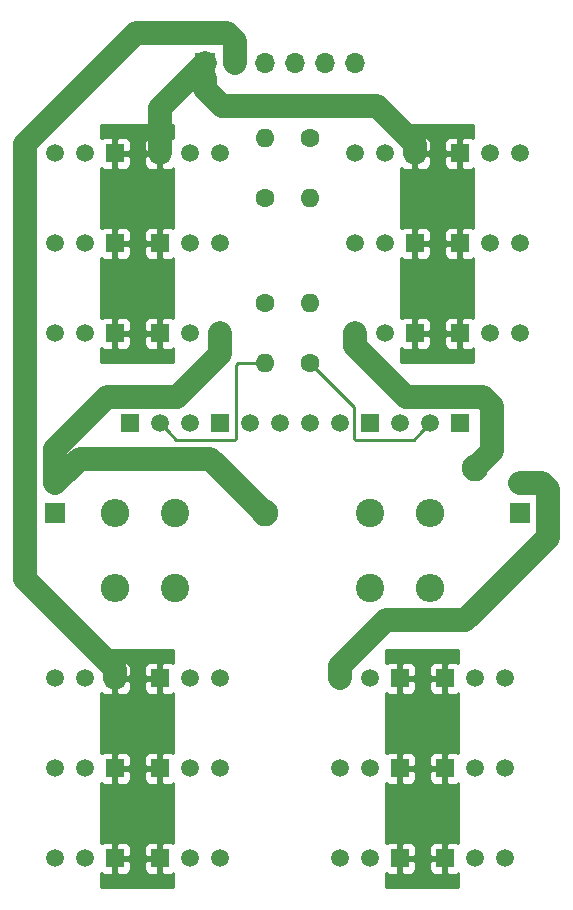
<source format=gbr>
G04 #@! TF.GenerationSoftware,KiCad,Pcbnew,5.0.1-33cea8e~68~ubuntu18.04.1*
G04 #@! TF.CreationDate,2018-11-12T23:59:36+00:00*
G04 #@! TF.ProjectId,h-bridge,682D6272696467652E6B696361645F70,rev?*
G04 #@! TF.SameCoordinates,Original*
G04 #@! TF.FileFunction,Copper,L2,Bot,Signal*
G04 #@! TF.FilePolarity,Positive*
%FSLAX46Y46*%
G04 Gerber Fmt 4.6, Leading zero omitted, Abs format (unit mm)*
G04 Created by KiCad (PCBNEW 5.0.1-33cea8e~68~ubuntu18.04.1) date Mon 12 Nov 2018 23:59:36 GMT*
%MOMM*%
%LPD*%
G01*
G04 APERTURE LIST*
G04 #@! TA.AperFunction,ComponentPad*
%ADD10O,1.700000X1.700000*%
G04 #@! TD*
G04 #@! TA.AperFunction,ComponentPad*
%ADD11R,1.700000X1.700000*%
G04 #@! TD*
G04 #@! TA.AperFunction,ComponentPad*
%ADD12O,1.600000X1.600000*%
G04 #@! TD*
G04 #@! TA.AperFunction,ComponentPad*
%ADD13C,1.600000*%
G04 #@! TD*
G04 #@! TA.AperFunction,ComponentPad*
%ADD14R,1.500000X1.500000*%
G04 #@! TD*
G04 #@! TA.AperFunction,ComponentPad*
%ADD15C,1.500000*%
G04 #@! TD*
G04 #@! TA.AperFunction,ComponentPad*
%ADD16O,2.400000X2.400000*%
G04 #@! TD*
G04 #@! TA.AperFunction,ComponentPad*
%ADD17C,2.400000*%
G04 #@! TD*
G04 #@! TA.AperFunction,ViaPad*
%ADD18C,2.250000*%
G04 #@! TD*
G04 #@! TA.AperFunction,Conductor*
%ADD19C,0.250000*%
G04 #@! TD*
G04 #@! TA.AperFunction,Conductor*
%ADD20C,2.000000*%
G04 #@! TD*
G04 #@! TA.AperFunction,Conductor*
%ADD21C,0.254000*%
G04 #@! TD*
G04 APERTURE END LIST*
D10*
G04 #@! TO.P,J5,2*
G04 #@! TO.N,OUT_A2*
X105410000Y-115570000D03*
D11*
G04 #@! TO.P,J5,1*
G04 #@! TO.N,OUT_A1*
X105410000Y-118110000D03*
G04 #@! TD*
G04 #@! TO.P,J6,1*
G04 #@! TO.N,OUT_B1*
X144780000Y-118110000D03*
D10*
G04 #@! TO.P,J6,2*
G04 #@! TO.N,OUT_B2*
X144780000Y-115570000D03*
G04 #@! TD*
D11*
G04 #@! TO.P,J4,1*
G04 #@! TO.N,+12V*
X118110000Y-80010000D03*
D10*
G04 #@! TO.P,J4,2*
G04 #@! TO.N,GND*
X120650000Y-80010000D03*
G04 #@! TO.P,J4,3*
G04 #@! TO.N,IN_A1*
X123190000Y-80010000D03*
G04 #@! TO.P,J4,4*
G04 #@! TO.N,IN_A2*
X125730000Y-80010000D03*
G04 #@! TO.P,J4,5*
G04 #@! TO.N,IN_B1*
X128270000Y-80010000D03*
G04 #@! TO.P,J4,6*
G04 #@! TO.N,IN_B2*
X130810000Y-80010000D03*
G04 #@! TD*
D12*
G04 #@! TO.P,R1,2*
G04 #@! TO.N,IN_A1*
X123190000Y-86360000D03*
D13*
G04 #@! TO.P,R1,1*
G04 #@! TO.N,Net-(Q1-Pad2)*
X123190000Y-91440000D03*
G04 #@! TD*
G04 #@! TO.P,R4,1*
G04 #@! TO.N,IN_A2*
X123190000Y-100330000D03*
D12*
G04 #@! TO.P,R4,2*
G04 #@! TO.N,Net-(Q14-Pad2)*
X123190000Y-105410000D03*
G04 #@! TD*
G04 #@! TO.P,R5,2*
G04 #@! TO.N,IN_B1*
X127000000Y-100330000D03*
D13*
G04 #@! TO.P,R5,1*
G04 #@! TO.N,Net-(Q15-Pad2)*
X127000000Y-105410000D03*
G04 #@! TD*
G04 #@! TO.P,R8,1*
G04 #@! TO.N,IN_B2*
X127000000Y-86360000D03*
D12*
G04 #@! TO.P,R8,2*
G04 #@! TO.N,Net-(Q28-Pad2)*
X127000000Y-91440000D03*
G04 #@! TD*
D14*
G04 #@! TO.P,Q20,1*
G04 #@! TO.N,+12V*
X139700000Y-95250000D03*
D15*
G04 #@! TO.P,Q20,3*
G04 #@! TO.N,OUT_B2*
X144780000Y-95250000D03*
G04 #@! TO.P,Q20,2*
G04 #@! TO.N,Net-(Q15-Pad1)*
X142240000Y-95250000D03*
G04 #@! TD*
G04 #@! TO.P,Q19,2*
G04 #@! TO.N,Net-(Q16-Pad2)*
X140970000Y-147320000D03*
G04 #@! TO.P,Q19,3*
G04 #@! TO.N,OUT_B1*
X143510000Y-147320000D03*
D14*
G04 #@! TO.P,Q19,1*
G04 #@! TO.N,GND*
X138430000Y-147320000D03*
G04 #@! TD*
G04 #@! TO.P,Q21,1*
G04 #@! TO.N,+12V*
X139700000Y-87630000D03*
D15*
G04 #@! TO.P,Q21,3*
G04 #@! TO.N,OUT_B2*
X144780000Y-87630000D03*
G04 #@! TO.P,Q21,2*
G04 #@! TO.N,Net-(Q15-Pad1)*
X142240000Y-87630000D03*
G04 #@! TD*
G04 #@! TO.P,Q22,2*
G04 #@! TO.N,Net-(Q22-Pad2)*
X133350000Y-87630000D03*
G04 #@! TO.P,Q22,3*
G04 #@! TO.N,OUT_B1*
X130810000Y-87630000D03*
D14*
G04 #@! TO.P,Q22,1*
G04 #@! TO.N,+12V*
X135890000Y-87630000D03*
G04 #@! TD*
G04 #@! TO.P,Q23,1*
G04 #@! TO.N,+12V*
X135890000Y-95250000D03*
D15*
G04 #@! TO.P,Q23,3*
G04 #@! TO.N,OUT_B1*
X130810000Y-95250000D03*
G04 #@! TO.P,Q23,2*
G04 #@! TO.N,Net-(Q22-Pad2)*
X133350000Y-95250000D03*
G04 #@! TD*
G04 #@! TO.P,Q24,2*
G04 #@! TO.N,Net-(Q24-Pad2)*
X132080000Y-147320000D03*
G04 #@! TO.P,Q24,3*
G04 #@! TO.N,OUT_B2*
X129540000Y-147320000D03*
D14*
G04 #@! TO.P,Q24,1*
G04 #@! TO.N,GND*
X134620000Y-147320000D03*
G04 #@! TD*
G04 #@! TO.P,Q25,1*
G04 #@! TO.N,+12V*
X135890000Y-102870000D03*
D15*
G04 #@! TO.P,Q25,3*
G04 #@! TO.N,OUT_B1*
X130810000Y-102870000D03*
G04 #@! TO.P,Q25,2*
G04 #@! TO.N,Net-(Q22-Pad2)*
X133350000Y-102870000D03*
G04 #@! TD*
G04 #@! TO.P,Q26,2*
G04 #@! TO.N,Net-(Q24-Pad2)*
X132080000Y-139700000D03*
G04 #@! TO.P,Q26,3*
G04 #@! TO.N,OUT_B2*
X129540000Y-139700000D03*
D14*
G04 #@! TO.P,Q26,1*
G04 #@! TO.N,GND*
X134620000Y-139700000D03*
G04 #@! TD*
G04 #@! TO.P,Q27,1*
G04 #@! TO.N,GND*
X134620000Y-132080000D03*
D15*
G04 #@! TO.P,Q27,3*
G04 #@! TO.N,OUT_B2*
X129540000Y-132080000D03*
G04 #@! TO.P,Q27,2*
G04 #@! TO.N,Net-(Q24-Pad2)*
X132080000Y-132080000D03*
G04 #@! TD*
G04 #@! TO.P,Q28,2*
G04 #@! TO.N,Net-(Q28-Pad2)*
X129540000Y-110490000D03*
G04 #@! TO.P,Q28,3*
G04 #@! TO.N,Net-(Q28-Pad3)*
X127000000Y-110490000D03*
D14*
G04 #@! TO.P,Q28,1*
G04 #@! TO.N,Net-(Q22-Pad2)*
X132080000Y-110490000D03*
G04 #@! TD*
G04 #@! TO.P,Q10,1*
G04 #@! TO.N,GND*
X114300000Y-147320000D03*
D15*
G04 #@! TO.P,Q10,3*
G04 #@! TO.N,OUT_A2*
X119380000Y-147320000D03*
G04 #@! TO.P,Q10,2*
G04 #@! TO.N,Net-(Q10-Pad2)*
X116840000Y-147320000D03*
G04 #@! TD*
G04 #@! TO.P,Q2,2*
G04 #@! TO.N,Net-(Q2-Pad2)*
X107950000Y-132080000D03*
G04 #@! TO.P,Q2,3*
G04 #@! TO.N,OUT_A1*
X105410000Y-132080000D03*
D14*
G04 #@! TO.P,Q2,1*
G04 #@! TO.N,GND*
X110490000Y-132080000D03*
G04 #@! TD*
G04 #@! TO.P,Q3,1*
G04 #@! TO.N,GND*
X110490000Y-139700000D03*
D15*
G04 #@! TO.P,Q3,3*
G04 #@! TO.N,OUT_A1*
X105410000Y-139700000D03*
G04 #@! TO.P,Q3,2*
G04 #@! TO.N,Net-(Q2-Pad2)*
X107950000Y-139700000D03*
G04 #@! TD*
G04 #@! TO.P,Q4,2*
G04 #@! TO.N,Net-(Q1-Pad1)*
X116840000Y-102870000D03*
G04 #@! TO.P,Q4,3*
G04 #@! TO.N,OUT_A2*
X119380000Y-102870000D03*
D14*
G04 #@! TO.P,Q4,1*
G04 #@! TO.N,+12V*
X114300000Y-102870000D03*
G04 #@! TD*
G04 #@! TO.P,Q17,1*
G04 #@! TO.N,GND*
X138430000Y-139700000D03*
D15*
G04 #@! TO.P,Q17,3*
G04 #@! TO.N,OUT_B1*
X143510000Y-139700000D03*
G04 #@! TO.P,Q17,2*
G04 #@! TO.N,Net-(Q16-Pad2)*
X140970000Y-139700000D03*
G04 #@! TD*
G04 #@! TO.P,Q16,2*
G04 #@! TO.N,Net-(Q16-Pad2)*
X140970000Y-132080000D03*
G04 #@! TO.P,Q16,3*
G04 #@! TO.N,OUT_B1*
X143510000Y-132080000D03*
D14*
G04 #@! TO.P,Q16,1*
G04 #@! TO.N,GND*
X138430000Y-132080000D03*
G04 #@! TD*
G04 #@! TO.P,Q15,1*
G04 #@! TO.N,Net-(Q15-Pad1)*
X139700000Y-110490000D03*
D15*
G04 #@! TO.P,Q15,3*
G04 #@! TO.N,Net-(Q15-Pad3)*
X134620000Y-110490000D03*
G04 #@! TO.P,Q15,2*
G04 #@! TO.N,Net-(Q15-Pad2)*
X137160000Y-110490000D03*
G04 #@! TD*
G04 #@! TO.P,Q14,2*
G04 #@! TO.N,Net-(Q14-Pad2)*
X114300000Y-110490000D03*
G04 #@! TO.P,Q14,3*
G04 #@! TO.N,Net-(Q14-Pad3)*
X116840000Y-110490000D03*
D14*
G04 #@! TO.P,Q14,1*
G04 #@! TO.N,Net-(Q11-Pad2)*
X111760000Y-110490000D03*
G04 #@! TD*
G04 #@! TO.P,Q13,1*
G04 #@! TO.N,GND*
X114300000Y-132080000D03*
D15*
G04 #@! TO.P,Q13,3*
G04 #@! TO.N,OUT_A2*
X119380000Y-132080000D03*
G04 #@! TO.P,Q13,2*
G04 #@! TO.N,Net-(Q10-Pad2)*
X116840000Y-132080000D03*
G04 #@! TD*
G04 #@! TO.P,Q12,2*
G04 #@! TO.N,Net-(Q10-Pad2)*
X116840000Y-139700000D03*
G04 #@! TO.P,Q12,3*
G04 #@! TO.N,OUT_A2*
X119380000Y-139700000D03*
D14*
G04 #@! TO.P,Q12,1*
G04 #@! TO.N,GND*
X114300000Y-139700000D03*
G04 #@! TD*
G04 #@! TO.P,Q11,1*
G04 #@! TO.N,+12V*
X110490000Y-102870000D03*
D15*
G04 #@! TO.P,Q11,3*
G04 #@! TO.N,OUT_A1*
X105410000Y-102870000D03*
G04 #@! TO.P,Q11,2*
G04 #@! TO.N,Net-(Q11-Pad2)*
X107950000Y-102870000D03*
G04 #@! TD*
G04 #@! TO.P,Q1,2*
G04 #@! TO.N,Net-(Q1-Pad2)*
X121920000Y-110490000D03*
G04 #@! TO.P,Q1,3*
G04 #@! TO.N,Net-(Q1-Pad3)*
X124460000Y-110490000D03*
D14*
G04 #@! TO.P,Q1,1*
G04 #@! TO.N,Net-(Q1-Pad1)*
X119380000Y-110490000D03*
G04 #@! TD*
G04 #@! TO.P,Q9,1*
G04 #@! TO.N,+12V*
X110490000Y-95250000D03*
D15*
G04 #@! TO.P,Q9,3*
G04 #@! TO.N,OUT_A1*
X105410000Y-95250000D03*
G04 #@! TO.P,Q9,2*
G04 #@! TO.N,Net-(Q11-Pad2)*
X107950000Y-95250000D03*
G04 #@! TD*
G04 #@! TO.P,Q8,2*
G04 #@! TO.N,Net-(Q11-Pad2)*
X107950000Y-87630000D03*
G04 #@! TO.P,Q8,3*
G04 #@! TO.N,OUT_A1*
X105410000Y-87630000D03*
D14*
G04 #@! TO.P,Q8,1*
G04 #@! TO.N,+12V*
X110490000Y-87630000D03*
G04 #@! TD*
G04 #@! TO.P,Q7,1*
G04 #@! TO.N,+12V*
X114300000Y-87630000D03*
D15*
G04 #@! TO.P,Q7,3*
G04 #@! TO.N,OUT_A2*
X119380000Y-87630000D03*
G04 #@! TO.P,Q7,2*
G04 #@! TO.N,Net-(Q1-Pad1)*
X116840000Y-87630000D03*
G04 #@! TD*
G04 #@! TO.P,Q6,2*
G04 #@! TO.N,Net-(Q1-Pad1)*
X116840000Y-95250000D03*
G04 #@! TO.P,Q6,3*
G04 #@! TO.N,OUT_A2*
X119380000Y-95250000D03*
D14*
G04 #@! TO.P,Q6,1*
G04 #@! TO.N,+12V*
X114300000Y-95250000D03*
G04 #@! TD*
G04 #@! TO.P,Q18,1*
G04 #@! TO.N,+12V*
X139700000Y-102870000D03*
D15*
G04 #@! TO.P,Q18,3*
G04 #@! TO.N,OUT_B2*
X144780000Y-102870000D03*
G04 #@! TO.P,Q18,2*
G04 #@! TO.N,Net-(Q15-Pad1)*
X142240000Y-102870000D03*
G04 #@! TD*
G04 #@! TO.P,Q5,2*
G04 #@! TO.N,Net-(Q2-Pad2)*
X107950000Y-147320000D03*
G04 #@! TO.P,Q5,3*
G04 #@! TO.N,OUT_A1*
X105410000Y-147320000D03*
D14*
G04 #@! TO.P,Q5,1*
G04 #@! TO.N,GND*
X110490000Y-147320000D03*
G04 #@! TD*
D16*
G04 #@! TO.P,R2,2*
G04 #@! TO.N,Net-(Q2-Pad2)*
X110490000Y-118110000D03*
D17*
G04 #@! TO.P,R2,1*
G04 #@! TO.N,Net-(Q1-Pad3)*
X115570000Y-118110000D03*
G04 #@! TD*
G04 #@! TO.P,R3,1*
G04 #@! TO.N,Net-(Q14-Pad3)*
X115570000Y-124460000D03*
D16*
G04 #@! TO.P,R3,2*
G04 #@! TO.N,Net-(Q10-Pad2)*
X110490000Y-124460000D03*
G04 #@! TD*
G04 #@! TO.P,R6,2*
G04 #@! TO.N,Net-(Q16-Pad2)*
X137160000Y-118110000D03*
D17*
G04 #@! TO.P,R6,1*
G04 #@! TO.N,Net-(Q15-Pad3)*
X132080000Y-118110000D03*
G04 #@! TD*
G04 #@! TO.P,R7,1*
G04 #@! TO.N,Net-(Q28-Pad3)*
X132080000Y-124460000D03*
D16*
G04 #@! TO.P,R7,2*
G04 #@! TO.N,Net-(Q24-Pad2)*
X137160000Y-124460000D03*
G04 #@! TD*
D18*
G04 #@! TO.N,OUT_A2*
X123190000Y-118110000D03*
G04 #@! TO.N,OUT_B1*
X140970000Y-114300000D03*
G04 #@! TD*
D19*
G04 #@! TO.N,Net-(Q15-Pad2)*
X130704999Y-111740001D02*
X130829999Y-111865001D01*
X135784999Y-111865001D02*
X136410001Y-111239999D01*
X130829999Y-111865001D02*
X135784999Y-111865001D01*
X130704999Y-109114999D02*
X130704999Y-111740001D01*
X136410001Y-111239999D02*
X137160000Y-110490000D01*
X127000000Y-105410000D02*
X130704999Y-109114999D01*
G04 #@! TO.N,Net-(Q14-Pad2)*
X115049999Y-111239999D02*
X114300000Y-110490000D01*
X115675001Y-111865001D02*
X115049999Y-111239999D01*
X120630001Y-111865001D02*
X115675001Y-111865001D01*
X120755001Y-111740001D02*
X120630001Y-111865001D01*
X120755001Y-105543108D02*
X120755001Y-111740001D01*
X120888109Y-105410000D02*
X120755001Y-105543108D01*
X123190000Y-105410000D02*
X120888109Y-105410000D01*
D20*
G04 #@! TO.N,GND*
X120650000Y-78807919D02*
X120650000Y-80010000D01*
X120650000Y-78149998D02*
X120650000Y-78807919D01*
X110490000Y-132080000D02*
X110490000Y-131289998D01*
X102909990Y-123709988D02*
X102909990Y-86800008D01*
X102909990Y-86800008D02*
X112239998Y-77470000D01*
X110490000Y-131289998D02*
X102909990Y-123709988D01*
X119970002Y-77470000D02*
X120650000Y-78149998D01*
X112239998Y-77470000D02*
X119970002Y-77470000D01*
G04 #@! TO.N,+12V*
X119521999Y-83630001D02*
X118110000Y-82218002D01*
X132680003Y-83630001D02*
X119521999Y-83630001D01*
X135890000Y-86839998D02*
X132680003Y-83630001D01*
X118110000Y-82218002D02*
X118110000Y-81280000D01*
X135890000Y-87630000D02*
X135890000Y-86839998D01*
X114300000Y-83820000D02*
X118110000Y-80010000D01*
X114300000Y-87630000D02*
X114300000Y-83820000D01*
G04 #@! TO.N,OUT_B2*
X145982081Y-115570000D02*
X144780000Y-115570000D01*
X146640002Y-115570000D02*
X145982081Y-115570000D01*
X147130001Y-116059999D02*
X146640002Y-115570000D01*
X147130001Y-120160001D02*
X147130001Y-116059999D01*
X140130001Y-127160001D02*
X147130001Y-120160001D01*
X133399339Y-127160001D02*
X140130001Y-127160001D01*
X129540000Y-131019340D02*
X133399339Y-127160001D01*
X129540000Y-132080000D02*
X129540000Y-131019340D01*
G04 #@! TO.N,OUT_A2*
X105410000Y-114367919D02*
X105410000Y-115570000D01*
X109809999Y-108239999D02*
X105410000Y-112639998D01*
X115759999Y-108239999D02*
X109809999Y-108239999D01*
X105410000Y-112639998D02*
X105410000Y-114367919D01*
X119380000Y-104619998D02*
X115759999Y-108239999D01*
X119380000Y-102870000D02*
X119380000Y-104619998D01*
X106259999Y-114720001D02*
X105410000Y-115570000D01*
X107489989Y-113490011D02*
X106259999Y-114720001D01*
X118570011Y-113490011D02*
X107489989Y-113490011D01*
X123190000Y-118110000D02*
X118570011Y-113490011D01*
G04 #@! TO.N,OUT_B1*
X141650001Y-108239999D02*
X142429999Y-109019997D01*
X135119339Y-108239999D02*
X141650001Y-108239999D01*
X130810000Y-103930660D02*
X135119339Y-108239999D01*
X130810000Y-102870000D02*
X130810000Y-103930660D01*
X142429999Y-112840001D02*
X140970000Y-114300000D01*
X142429999Y-109019997D02*
X142429999Y-112840001D01*
G04 #@! TD*
D21*
G04 #@! TO.N,+12V*
G36*
X115443000Y-86374974D02*
X115409699Y-86341673D01*
X115176310Y-86245000D01*
X114585750Y-86245000D01*
X114427000Y-86403750D01*
X114427000Y-87503000D01*
X114447000Y-87503000D01*
X114447000Y-87757000D01*
X114427000Y-87757000D01*
X114427000Y-88856250D01*
X114585750Y-89015000D01*
X115176310Y-89015000D01*
X115409699Y-88918327D01*
X115443000Y-88885026D01*
X115443000Y-93994974D01*
X115409699Y-93961673D01*
X115176310Y-93865000D01*
X114585750Y-93865000D01*
X114427000Y-94023750D01*
X114427000Y-95123000D01*
X114447000Y-95123000D01*
X114447000Y-95377000D01*
X114427000Y-95377000D01*
X114427000Y-96476250D01*
X114585750Y-96635000D01*
X115176310Y-96635000D01*
X115409699Y-96538327D01*
X115443000Y-96505026D01*
X115443000Y-101614974D01*
X115409699Y-101581673D01*
X115176310Y-101485000D01*
X114585750Y-101485000D01*
X114427000Y-101643750D01*
X114427000Y-102743000D01*
X114447000Y-102743000D01*
X114447000Y-102997000D01*
X114427000Y-102997000D01*
X114427000Y-104096250D01*
X114585750Y-104255000D01*
X115176310Y-104255000D01*
X115409699Y-104158327D01*
X115443000Y-104125026D01*
X115443000Y-105283000D01*
X109347000Y-105283000D01*
X109347000Y-104125026D01*
X109380301Y-104158327D01*
X109613690Y-104255000D01*
X110204250Y-104255000D01*
X110363000Y-104096250D01*
X110363000Y-102997000D01*
X110617000Y-102997000D01*
X110617000Y-104096250D01*
X110775750Y-104255000D01*
X111366310Y-104255000D01*
X111599699Y-104158327D01*
X111778327Y-103979698D01*
X111875000Y-103746309D01*
X111875000Y-103155750D01*
X112915000Y-103155750D01*
X112915000Y-103746309D01*
X113011673Y-103979698D01*
X113190301Y-104158327D01*
X113423690Y-104255000D01*
X114014250Y-104255000D01*
X114173000Y-104096250D01*
X114173000Y-102997000D01*
X113073750Y-102997000D01*
X112915000Y-103155750D01*
X111875000Y-103155750D01*
X111716250Y-102997000D01*
X110617000Y-102997000D01*
X110363000Y-102997000D01*
X110343000Y-102997000D01*
X110343000Y-102743000D01*
X110363000Y-102743000D01*
X110363000Y-101643750D01*
X110617000Y-101643750D01*
X110617000Y-102743000D01*
X111716250Y-102743000D01*
X111875000Y-102584250D01*
X111875000Y-101993691D01*
X112915000Y-101993691D01*
X112915000Y-102584250D01*
X113073750Y-102743000D01*
X114173000Y-102743000D01*
X114173000Y-101643750D01*
X114014250Y-101485000D01*
X113423690Y-101485000D01*
X113190301Y-101581673D01*
X113011673Y-101760302D01*
X112915000Y-101993691D01*
X111875000Y-101993691D01*
X111778327Y-101760302D01*
X111599699Y-101581673D01*
X111366310Y-101485000D01*
X110775750Y-101485000D01*
X110617000Y-101643750D01*
X110363000Y-101643750D01*
X110204250Y-101485000D01*
X109613690Y-101485000D01*
X109380301Y-101581673D01*
X109347000Y-101614974D01*
X109347000Y-96505026D01*
X109380301Y-96538327D01*
X109613690Y-96635000D01*
X110204250Y-96635000D01*
X110363000Y-96476250D01*
X110363000Y-95377000D01*
X110617000Y-95377000D01*
X110617000Y-96476250D01*
X110775750Y-96635000D01*
X111366310Y-96635000D01*
X111599699Y-96538327D01*
X111778327Y-96359698D01*
X111875000Y-96126309D01*
X111875000Y-95535750D01*
X112915000Y-95535750D01*
X112915000Y-96126309D01*
X113011673Y-96359698D01*
X113190301Y-96538327D01*
X113423690Y-96635000D01*
X114014250Y-96635000D01*
X114173000Y-96476250D01*
X114173000Y-95377000D01*
X113073750Y-95377000D01*
X112915000Y-95535750D01*
X111875000Y-95535750D01*
X111716250Y-95377000D01*
X110617000Y-95377000D01*
X110363000Y-95377000D01*
X110343000Y-95377000D01*
X110343000Y-95123000D01*
X110363000Y-95123000D01*
X110363000Y-94023750D01*
X110617000Y-94023750D01*
X110617000Y-95123000D01*
X111716250Y-95123000D01*
X111875000Y-94964250D01*
X111875000Y-94373691D01*
X112915000Y-94373691D01*
X112915000Y-94964250D01*
X113073750Y-95123000D01*
X114173000Y-95123000D01*
X114173000Y-94023750D01*
X114014250Y-93865000D01*
X113423690Y-93865000D01*
X113190301Y-93961673D01*
X113011673Y-94140302D01*
X112915000Y-94373691D01*
X111875000Y-94373691D01*
X111778327Y-94140302D01*
X111599699Y-93961673D01*
X111366310Y-93865000D01*
X110775750Y-93865000D01*
X110617000Y-94023750D01*
X110363000Y-94023750D01*
X110204250Y-93865000D01*
X109613690Y-93865000D01*
X109380301Y-93961673D01*
X109347000Y-93994974D01*
X109347000Y-88885026D01*
X109380301Y-88918327D01*
X109613690Y-89015000D01*
X110204250Y-89015000D01*
X110363000Y-88856250D01*
X110363000Y-87757000D01*
X110617000Y-87757000D01*
X110617000Y-88856250D01*
X110775750Y-89015000D01*
X111366310Y-89015000D01*
X111599699Y-88918327D01*
X111778327Y-88739698D01*
X111875000Y-88506309D01*
X111875000Y-87915750D01*
X112915000Y-87915750D01*
X112915000Y-88506309D01*
X113011673Y-88739698D01*
X113190301Y-88918327D01*
X113423690Y-89015000D01*
X114014250Y-89015000D01*
X114173000Y-88856250D01*
X114173000Y-87757000D01*
X113073750Y-87757000D01*
X112915000Y-87915750D01*
X111875000Y-87915750D01*
X111716250Y-87757000D01*
X110617000Y-87757000D01*
X110363000Y-87757000D01*
X110343000Y-87757000D01*
X110343000Y-87503000D01*
X110363000Y-87503000D01*
X110363000Y-86403750D01*
X110617000Y-86403750D01*
X110617000Y-87503000D01*
X111716250Y-87503000D01*
X111875000Y-87344250D01*
X111875000Y-86753691D01*
X112915000Y-86753691D01*
X112915000Y-87344250D01*
X113073750Y-87503000D01*
X114173000Y-87503000D01*
X114173000Y-86403750D01*
X114014250Y-86245000D01*
X113423690Y-86245000D01*
X113190301Y-86341673D01*
X113011673Y-86520302D01*
X112915000Y-86753691D01*
X111875000Y-86753691D01*
X111778327Y-86520302D01*
X111599699Y-86341673D01*
X111366310Y-86245000D01*
X110775750Y-86245000D01*
X110617000Y-86403750D01*
X110363000Y-86403750D01*
X110204250Y-86245000D01*
X109613690Y-86245000D01*
X109380301Y-86341673D01*
X109347000Y-86374974D01*
X109347000Y-85217000D01*
X115443000Y-85217000D01*
X115443000Y-86374974D01*
X115443000Y-86374974D01*
G37*
X115443000Y-86374974D02*
X115409699Y-86341673D01*
X115176310Y-86245000D01*
X114585750Y-86245000D01*
X114427000Y-86403750D01*
X114427000Y-87503000D01*
X114447000Y-87503000D01*
X114447000Y-87757000D01*
X114427000Y-87757000D01*
X114427000Y-88856250D01*
X114585750Y-89015000D01*
X115176310Y-89015000D01*
X115409699Y-88918327D01*
X115443000Y-88885026D01*
X115443000Y-93994974D01*
X115409699Y-93961673D01*
X115176310Y-93865000D01*
X114585750Y-93865000D01*
X114427000Y-94023750D01*
X114427000Y-95123000D01*
X114447000Y-95123000D01*
X114447000Y-95377000D01*
X114427000Y-95377000D01*
X114427000Y-96476250D01*
X114585750Y-96635000D01*
X115176310Y-96635000D01*
X115409699Y-96538327D01*
X115443000Y-96505026D01*
X115443000Y-101614974D01*
X115409699Y-101581673D01*
X115176310Y-101485000D01*
X114585750Y-101485000D01*
X114427000Y-101643750D01*
X114427000Y-102743000D01*
X114447000Y-102743000D01*
X114447000Y-102997000D01*
X114427000Y-102997000D01*
X114427000Y-104096250D01*
X114585750Y-104255000D01*
X115176310Y-104255000D01*
X115409699Y-104158327D01*
X115443000Y-104125026D01*
X115443000Y-105283000D01*
X109347000Y-105283000D01*
X109347000Y-104125026D01*
X109380301Y-104158327D01*
X109613690Y-104255000D01*
X110204250Y-104255000D01*
X110363000Y-104096250D01*
X110363000Y-102997000D01*
X110617000Y-102997000D01*
X110617000Y-104096250D01*
X110775750Y-104255000D01*
X111366310Y-104255000D01*
X111599699Y-104158327D01*
X111778327Y-103979698D01*
X111875000Y-103746309D01*
X111875000Y-103155750D01*
X112915000Y-103155750D01*
X112915000Y-103746309D01*
X113011673Y-103979698D01*
X113190301Y-104158327D01*
X113423690Y-104255000D01*
X114014250Y-104255000D01*
X114173000Y-104096250D01*
X114173000Y-102997000D01*
X113073750Y-102997000D01*
X112915000Y-103155750D01*
X111875000Y-103155750D01*
X111716250Y-102997000D01*
X110617000Y-102997000D01*
X110363000Y-102997000D01*
X110343000Y-102997000D01*
X110343000Y-102743000D01*
X110363000Y-102743000D01*
X110363000Y-101643750D01*
X110617000Y-101643750D01*
X110617000Y-102743000D01*
X111716250Y-102743000D01*
X111875000Y-102584250D01*
X111875000Y-101993691D01*
X112915000Y-101993691D01*
X112915000Y-102584250D01*
X113073750Y-102743000D01*
X114173000Y-102743000D01*
X114173000Y-101643750D01*
X114014250Y-101485000D01*
X113423690Y-101485000D01*
X113190301Y-101581673D01*
X113011673Y-101760302D01*
X112915000Y-101993691D01*
X111875000Y-101993691D01*
X111778327Y-101760302D01*
X111599699Y-101581673D01*
X111366310Y-101485000D01*
X110775750Y-101485000D01*
X110617000Y-101643750D01*
X110363000Y-101643750D01*
X110204250Y-101485000D01*
X109613690Y-101485000D01*
X109380301Y-101581673D01*
X109347000Y-101614974D01*
X109347000Y-96505026D01*
X109380301Y-96538327D01*
X109613690Y-96635000D01*
X110204250Y-96635000D01*
X110363000Y-96476250D01*
X110363000Y-95377000D01*
X110617000Y-95377000D01*
X110617000Y-96476250D01*
X110775750Y-96635000D01*
X111366310Y-96635000D01*
X111599699Y-96538327D01*
X111778327Y-96359698D01*
X111875000Y-96126309D01*
X111875000Y-95535750D01*
X112915000Y-95535750D01*
X112915000Y-96126309D01*
X113011673Y-96359698D01*
X113190301Y-96538327D01*
X113423690Y-96635000D01*
X114014250Y-96635000D01*
X114173000Y-96476250D01*
X114173000Y-95377000D01*
X113073750Y-95377000D01*
X112915000Y-95535750D01*
X111875000Y-95535750D01*
X111716250Y-95377000D01*
X110617000Y-95377000D01*
X110363000Y-95377000D01*
X110343000Y-95377000D01*
X110343000Y-95123000D01*
X110363000Y-95123000D01*
X110363000Y-94023750D01*
X110617000Y-94023750D01*
X110617000Y-95123000D01*
X111716250Y-95123000D01*
X111875000Y-94964250D01*
X111875000Y-94373691D01*
X112915000Y-94373691D01*
X112915000Y-94964250D01*
X113073750Y-95123000D01*
X114173000Y-95123000D01*
X114173000Y-94023750D01*
X114014250Y-93865000D01*
X113423690Y-93865000D01*
X113190301Y-93961673D01*
X113011673Y-94140302D01*
X112915000Y-94373691D01*
X111875000Y-94373691D01*
X111778327Y-94140302D01*
X111599699Y-93961673D01*
X111366310Y-93865000D01*
X110775750Y-93865000D01*
X110617000Y-94023750D01*
X110363000Y-94023750D01*
X110204250Y-93865000D01*
X109613690Y-93865000D01*
X109380301Y-93961673D01*
X109347000Y-93994974D01*
X109347000Y-88885026D01*
X109380301Y-88918327D01*
X109613690Y-89015000D01*
X110204250Y-89015000D01*
X110363000Y-88856250D01*
X110363000Y-87757000D01*
X110617000Y-87757000D01*
X110617000Y-88856250D01*
X110775750Y-89015000D01*
X111366310Y-89015000D01*
X111599699Y-88918327D01*
X111778327Y-88739698D01*
X111875000Y-88506309D01*
X111875000Y-87915750D01*
X112915000Y-87915750D01*
X112915000Y-88506309D01*
X113011673Y-88739698D01*
X113190301Y-88918327D01*
X113423690Y-89015000D01*
X114014250Y-89015000D01*
X114173000Y-88856250D01*
X114173000Y-87757000D01*
X113073750Y-87757000D01*
X112915000Y-87915750D01*
X111875000Y-87915750D01*
X111716250Y-87757000D01*
X110617000Y-87757000D01*
X110363000Y-87757000D01*
X110343000Y-87757000D01*
X110343000Y-87503000D01*
X110363000Y-87503000D01*
X110363000Y-86403750D01*
X110617000Y-86403750D01*
X110617000Y-87503000D01*
X111716250Y-87503000D01*
X111875000Y-87344250D01*
X111875000Y-86753691D01*
X112915000Y-86753691D01*
X112915000Y-87344250D01*
X113073750Y-87503000D01*
X114173000Y-87503000D01*
X114173000Y-86403750D01*
X114014250Y-86245000D01*
X113423690Y-86245000D01*
X113190301Y-86341673D01*
X113011673Y-86520302D01*
X112915000Y-86753691D01*
X111875000Y-86753691D01*
X111778327Y-86520302D01*
X111599699Y-86341673D01*
X111366310Y-86245000D01*
X110775750Y-86245000D01*
X110617000Y-86403750D01*
X110363000Y-86403750D01*
X110204250Y-86245000D01*
X109613690Y-86245000D01*
X109380301Y-86341673D01*
X109347000Y-86374974D01*
X109347000Y-85217000D01*
X115443000Y-85217000D01*
X115443000Y-86374974D01*
G36*
X140843000Y-86374974D02*
X140809699Y-86341673D01*
X140576310Y-86245000D01*
X139985750Y-86245000D01*
X139827000Y-86403750D01*
X139827000Y-87503000D01*
X139847000Y-87503000D01*
X139847000Y-87757000D01*
X139827000Y-87757000D01*
X139827000Y-88856250D01*
X139985750Y-89015000D01*
X140576310Y-89015000D01*
X140809699Y-88918327D01*
X140843000Y-88885026D01*
X140843000Y-93994974D01*
X140809699Y-93961673D01*
X140576310Y-93865000D01*
X139985750Y-93865000D01*
X139827000Y-94023750D01*
X139827000Y-95123000D01*
X139847000Y-95123000D01*
X139847000Y-95377000D01*
X139827000Y-95377000D01*
X139827000Y-96476250D01*
X139985750Y-96635000D01*
X140576310Y-96635000D01*
X140809699Y-96538327D01*
X140843000Y-96505026D01*
X140843000Y-101614974D01*
X140809699Y-101581673D01*
X140576310Y-101485000D01*
X139985750Y-101485000D01*
X139827000Y-101643750D01*
X139827000Y-102743000D01*
X139847000Y-102743000D01*
X139847000Y-102997000D01*
X139827000Y-102997000D01*
X139827000Y-104096250D01*
X139985750Y-104255000D01*
X140576310Y-104255000D01*
X140809699Y-104158327D01*
X140843000Y-104125026D01*
X140843000Y-105283000D01*
X134747000Y-105283000D01*
X134747000Y-104125026D01*
X134780301Y-104158327D01*
X135013690Y-104255000D01*
X135604250Y-104255000D01*
X135763000Y-104096250D01*
X135763000Y-102997000D01*
X136017000Y-102997000D01*
X136017000Y-104096250D01*
X136175750Y-104255000D01*
X136766310Y-104255000D01*
X136999699Y-104158327D01*
X137178327Y-103979698D01*
X137275000Y-103746309D01*
X137275000Y-103155750D01*
X138315000Y-103155750D01*
X138315000Y-103746309D01*
X138411673Y-103979698D01*
X138590301Y-104158327D01*
X138823690Y-104255000D01*
X139414250Y-104255000D01*
X139573000Y-104096250D01*
X139573000Y-102997000D01*
X138473750Y-102997000D01*
X138315000Y-103155750D01*
X137275000Y-103155750D01*
X137116250Y-102997000D01*
X136017000Y-102997000D01*
X135763000Y-102997000D01*
X135743000Y-102997000D01*
X135743000Y-102743000D01*
X135763000Y-102743000D01*
X135763000Y-101643750D01*
X136017000Y-101643750D01*
X136017000Y-102743000D01*
X137116250Y-102743000D01*
X137275000Y-102584250D01*
X137275000Y-101993691D01*
X138315000Y-101993691D01*
X138315000Y-102584250D01*
X138473750Y-102743000D01*
X139573000Y-102743000D01*
X139573000Y-101643750D01*
X139414250Y-101485000D01*
X138823690Y-101485000D01*
X138590301Y-101581673D01*
X138411673Y-101760302D01*
X138315000Y-101993691D01*
X137275000Y-101993691D01*
X137178327Y-101760302D01*
X136999699Y-101581673D01*
X136766310Y-101485000D01*
X136175750Y-101485000D01*
X136017000Y-101643750D01*
X135763000Y-101643750D01*
X135604250Y-101485000D01*
X135013690Y-101485000D01*
X134780301Y-101581673D01*
X134747000Y-101614974D01*
X134747000Y-96505026D01*
X134780301Y-96538327D01*
X135013690Y-96635000D01*
X135604250Y-96635000D01*
X135763000Y-96476250D01*
X135763000Y-95377000D01*
X136017000Y-95377000D01*
X136017000Y-96476250D01*
X136175750Y-96635000D01*
X136766310Y-96635000D01*
X136999699Y-96538327D01*
X137178327Y-96359698D01*
X137275000Y-96126309D01*
X137275000Y-95535750D01*
X138315000Y-95535750D01*
X138315000Y-96126309D01*
X138411673Y-96359698D01*
X138590301Y-96538327D01*
X138823690Y-96635000D01*
X139414250Y-96635000D01*
X139573000Y-96476250D01*
X139573000Y-95377000D01*
X138473750Y-95377000D01*
X138315000Y-95535750D01*
X137275000Y-95535750D01*
X137116250Y-95377000D01*
X136017000Y-95377000D01*
X135763000Y-95377000D01*
X135743000Y-95377000D01*
X135743000Y-95123000D01*
X135763000Y-95123000D01*
X135763000Y-94023750D01*
X136017000Y-94023750D01*
X136017000Y-95123000D01*
X137116250Y-95123000D01*
X137275000Y-94964250D01*
X137275000Y-94373691D01*
X138315000Y-94373691D01*
X138315000Y-94964250D01*
X138473750Y-95123000D01*
X139573000Y-95123000D01*
X139573000Y-94023750D01*
X139414250Y-93865000D01*
X138823690Y-93865000D01*
X138590301Y-93961673D01*
X138411673Y-94140302D01*
X138315000Y-94373691D01*
X137275000Y-94373691D01*
X137178327Y-94140302D01*
X136999699Y-93961673D01*
X136766310Y-93865000D01*
X136175750Y-93865000D01*
X136017000Y-94023750D01*
X135763000Y-94023750D01*
X135604250Y-93865000D01*
X135013690Y-93865000D01*
X134780301Y-93961673D01*
X134747000Y-93994974D01*
X134747000Y-88885026D01*
X134780301Y-88918327D01*
X135013690Y-89015000D01*
X135604250Y-89015000D01*
X135763000Y-88856250D01*
X135763000Y-87757000D01*
X136017000Y-87757000D01*
X136017000Y-88856250D01*
X136175750Y-89015000D01*
X136766310Y-89015000D01*
X136999699Y-88918327D01*
X137178327Y-88739698D01*
X137275000Y-88506309D01*
X137275000Y-87915750D01*
X138315000Y-87915750D01*
X138315000Y-88506309D01*
X138411673Y-88739698D01*
X138590301Y-88918327D01*
X138823690Y-89015000D01*
X139414250Y-89015000D01*
X139573000Y-88856250D01*
X139573000Y-87757000D01*
X138473750Y-87757000D01*
X138315000Y-87915750D01*
X137275000Y-87915750D01*
X137116250Y-87757000D01*
X136017000Y-87757000D01*
X135763000Y-87757000D01*
X135743000Y-87757000D01*
X135743000Y-87503000D01*
X135763000Y-87503000D01*
X135763000Y-86403750D01*
X136017000Y-86403750D01*
X136017000Y-87503000D01*
X137116250Y-87503000D01*
X137275000Y-87344250D01*
X137275000Y-86753691D01*
X138315000Y-86753691D01*
X138315000Y-87344250D01*
X138473750Y-87503000D01*
X139573000Y-87503000D01*
X139573000Y-86403750D01*
X139414250Y-86245000D01*
X138823690Y-86245000D01*
X138590301Y-86341673D01*
X138411673Y-86520302D01*
X138315000Y-86753691D01*
X137275000Y-86753691D01*
X137178327Y-86520302D01*
X136999699Y-86341673D01*
X136766310Y-86245000D01*
X136175750Y-86245000D01*
X136017000Y-86403750D01*
X135763000Y-86403750D01*
X135604250Y-86245000D01*
X135013690Y-86245000D01*
X134780301Y-86341673D01*
X134747000Y-86374974D01*
X134747000Y-85217000D01*
X140843000Y-85217000D01*
X140843000Y-86374974D01*
X140843000Y-86374974D01*
G37*
X140843000Y-86374974D02*
X140809699Y-86341673D01*
X140576310Y-86245000D01*
X139985750Y-86245000D01*
X139827000Y-86403750D01*
X139827000Y-87503000D01*
X139847000Y-87503000D01*
X139847000Y-87757000D01*
X139827000Y-87757000D01*
X139827000Y-88856250D01*
X139985750Y-89015000D01*
X140576310Y-89015000D01*
X140809699Y-88918327D01*
X140843000Y-88885026D01*
X140843000Y-93994974D01*
X140809699Y-93961673D01*
X140576310Y-93865000D01*
X139985750Y-93865000D01*
X139827000Y-94023750D01*
X139827000Y-95123000D01*
X139847000Y-95123000D01*
X139847000Y-95377000D01*
X139827000Y-95377000D01*
X139827000Y-96476250D01*
X139985750Y-96635000D01*
X140576310Y-96635000D01*
X140809699Y-96538327D01*
X140843000Y-96505026D01*
X140843000Y-101614974D01*
X140809699Y-101581673D01*
X140576310Y-101485000D01*
X139985750Y-101485000D01*
X139827000Y-101643750D01*
X139827000Y-102743000D01*
X139847000Y-102743000D01*
X139847000Y-102997000D01*
X139827000Y-102997000D01*
X139827000Y-104096250D01*
X139985750Y-104255000D01*
X140576310Y-104255000D01*
X140809699Y-104158327D01*
X140843000Y-104125026D01*
X140843000Y-105283000D01*
X134747000Y-105283000D01*
X134747000Y-104125026D01*
X134780301Y-104158327D01*
X135013690Y-104255000D01*
X135604250Y-104255000D01*
X135763000Y-104096250D01*
X135763000Y-102997000D01*
X136017000Y-102997000D01*
X136017000Y-104096250D01*
X136175750Y-104255000D01*
X136766310Y-104255000D01*
X136999699Y-104158327D01*
X137178327Y-103979698D01*
X137275000Y-103746309D01*
X137275000Y-103155750D01*
X138315000Y-103155750D01*
X138315000Y-103746309D01*
X138411673Y-103979698D01*
X138590301Y-104158327D01*
X138823690Y-104255000D01*
X139414250Y-104255000D01*
X139573000Y-104096250D01*
X139573000Y-102997000D01*
X138473750Y-102997000D01*
X138315000Y-103155750D01*
X137275000Y-103155750D01*
X137116250Y-102997000D01*
X136017000Y-102997000D01*
X135763000Y-102997000D01*
X135743000Y-102997000D01*
X135743000Y-102743000D01*
X135763000Y-102743000D01*
X135763000Y-101643750D01*
X136017000Y-101643750D01*
X136017000Y-102743000D01*
X137116250Y-102743000D01*
X137275000Y-102584250D01*
X137275000Y-101993691D01*
X138315000Y-101993691D01*
X138315000Y-102584250D01*
X138473750Y-102743000D01*
X139573000Y-102743000D01*
X139573000Y-101643750D01*
X139414250Y-101485000D01*
X138823690Y-101485000D01*
X138590301Y-101581673D01*
X138411673Y-101760302D01*
X138315000Y-101993691D01*
X137275000Y-101993691D01*
X137178327Y-101760302D01*
X136999699Y-101581673D01*
X136766310Y-101485000D01*
X136175750Y-101485000D01*
X136017000Y-101643750D01*
X135763000Y-101643750D01*
X135604250Y-101485000D01*
X135013690Y-101485000D01*
X134780301Y-101581673D01*
X134747000Y-101614974D01*
X134747000Y-96505026D01*
X134780301Y-96538327D01*
X135013690Y-96635000D01*
X135604250Y-96635000D01*
X135763000Y-96476250D01*
X135763000Y-95377000D01*
X136017000Y-95377000D01*
X136017000Y-96476250D01*
X136175750Y-96635000D01*
X136766310Y-96635000D01*
X136999699Y-96538327D01*
X137178327Y-96359698D01*
X137275000Y-96126309D01*
X137275000Y-95535750D01*
X138315000Y-95535750D01*
X138315000Y-96126309D01*
X138411673Y-96359698D01*
X138590301Y-96538327D01*
X138823690Y-96635000D01*
X139414250Y-96635000D01*
X139573000Y-96476250D01*
X139573000Y-95377000D01*
X138473750Y-95377000D01*
X138315000Y-95535750D01*
X137275000Y-95535750D01*
X137116250Y-95377000D01*
X136017000Y-95377000D01*
X135763000Y-95377000D01*
X135743000Y-95377000D01*
X135743000Y-95123000D01*
X135763000Y-95123000D01*
X135763000Y-94023750D01*
X136017000Y-94023750D01*
X136017000Y-95123000D01*
X137116250Y-95123000D01*
X137275000Y-94964250D01*
X137275000Y-94373691D01*
X138315000Y-94373691D01*
X138315000Y-94964250D01*
X138473750Y-95123000D01*
X139573000Y-95123000D01*
X139573000Y-94023750D01*
X139414250Y-93865000D01*
X138823690Y-93865000D01*
X138590301Y-93961673D01*
X138411673Y-94140302D01*
X138315000Y-94373691D01*
X137275000Y-94373691D01*
X137178327Y-94140302D01*
X136999699Y-93961673D01*
X136766310Y-93865000D01*
X136175750Y-93865000D01*
X136017000Y-94023750D01*
X135763000Y-94023750D01*
X135604250Y-93865000D01*
X135013690Y-93865000D01*
X134780301Y-93961673D01*
X134747000Y-93994974D01*
X134747000Y-88885026D01*
X134780301Y-88918327D01*
X135013690Y-89015000D01*
X135604250Y-89015000D01*
X135763000Y-88856250D01*
X135763000Y-87757000D01*
X136017000Y-87757000D01*
X136017000Y-88856250D01*
X136175750Y-89015000D01*
X136766310Y-89015000D01*
X136999699Y-88918327D01*
X137178327Y-88739698D01*
X137275000Y-88506309D01*
X137275000Y-87915750D01*
X138315000Y-87915750D01*
X138315000Y-88506309D01*
X138411673Y-88739698D01*
X138590301Y-88918327D01*
X138823690Y-89015000D01*
X139414250Y-89015000D01*
X139573000Y-88856250D01*
X139573000Y-87757000D01*
X138473750Y-87757000D01*
X138315000Y-87915750D01*
X137275000Y-87915750D01*
X137116250Y-87757000D01*
X136017000Y-87757000D01*
X135763000Y-87757000D01*
X135743000Y-87757000D01*
X135743000Y-87503000D01*
X135763000Y-87503000D01*
X135763000Y-86403750D01*
X136017000Y-86403750D01*
X136017000Y-87503000D01*
X137116250Y-87503000D01*
X137275000Y-87344250D01*
X137275000Y-86753691D01*
X138315000Y-86753691D01*
X138315000Y-87344250D01*
X138473750Y-87503000D01*
X139573000Y-87503000D01*
X139573000Y-86403750D01*
X139414250Y-86245000D01*
X138823690Y-86245000D01*
X138590301Y-86341673D01*
X138411673Y-86520302D01*
X138315000Y-86753691D01*
X137275000Y-86753691D01*
X137178327Y-86520302D01*
X136999699Y-86341673D01*
X136766310Y-86245000D01*
X136175750Y-86245000D01*
X136017000Y-86403750D01*
X135763000Y-86403750D01*
X135604250Y-86245000D01*
X135013690Y-86245000D01*
X134780301Y-86341673D01*
X134747000Y-86374974D01*
X134747000Y-85217000D01*
X140843000Y-85217000D01*
X140843000Y-86374974D01*
G04 #@! TO.N,GND*
G36*
X139573000Y-130824974D02*
X139539699Y-130791673D01*
X139306310Y-130695000D01*
X138715750Y-130695000D01*
X138557000Y-130853750D01*
X138557000Y-131953000D01*
X138577000Y-131953000D01*
X138577000Y-132207000D01*
X138557000Y-132207000D01*
X138557000Y-133306250D01*
X138715750Y-133465000D01*
X139306310Y-133465000D01*
X139539699Y-133368327D01*
X139573000Y-133335026D01*
X139573000Y-138444974D01*
X139539699Y-138411673D01*
X139306310Y-138315000D01*
X138715750Y-138315000D01*
X138557000Y-138473750D01*
X138557000Y-139573000D01*
X138577000Y-139573000D01*
X138577000Y-139827000D01*
X138557000Y-139827000D01*
X138557000Y-140926250D01*
X138715750Y-141085000D01*
X139306310Y-141085000D01*
X139539699Y-140988327D01*
X139573000Y-140955026D01*
X139573000Y-146064974D01*
X139539699Y-146031673D01*
X139306310Y-145935000D01*
X138715750Y-145935000D01*
X138557000Y-146093750D01*
X138557000Y-147193000D01*
X138577000Y-147193000D01*
X138577000Y-147447000D01*
X138557000Y-147447000D01*
X138557000Y-148546250D01*
X138715750Y-148705000D01*
X139306310Y-148705000D01*
X139539699Y-148608327D01*
X139573000Y-148575026D01*
X139573000Y-149733000D01*
X133477000Y-149733000D01*
X133477000Y-148575026D01*
X133510301Y-148608327D01*
X133743690Y-148705000D01*
X134334250Y-148705000D01*
X134493000Y-148546250D01*
X134493000Y-147447000D01*
X134747000Y-147447000D01*
X134747000Y-148546250D01*
X134905750Y-148705000D01*
X135496310Y-148705000D01*
X135729699Y-148608327D01*
X135908327Y-148429698D01*
X136005000Y-148196309D01*
X136005000Y-147605750D01*
X137045000Y-147605750D01*
X137045000Y-148196309D01*
X137141673Y-148429698D01*
X137320301Y-148608327D01*
X137553690Y-148705000D01*
X138144250Y-148705000D01*
X138303000Y-148546250D01*
X138303000Y-147447000D01*
X137203750Y-147447000D01*
X137045000Y-147605750D01*
X136005000Y-147605750D01*
X135846250Y-147447000D01*
X134747000Y-147447000D01*
X134493000Y-147447000D01*
X134473000Y-147447000D01*
X134473000Y-147193000D01*
X134493000Y-147193000D01*
X134493000Y-146093750D01*
X134747000Y-146093750D01*
X134747000Y-147193000D01*
X135846250Y-147193000D01*
X136005000Y-147034250D01*
X136005000Y-146443691D01*
X137045000Y-146443691D01*
X137045000Y-147034250D01*
X137203750Y-147193000D01*
X138303000Y-147193000D01*
X138303000Y-146093750D01*
X138144250Y-145935000D01*
X137553690Y-145935000D01*
X137320301Y-146031673D01*
X137141673Y-146210302D01*
X137045000Y-146443691D01*
X136005000Y-146443691D01*
X135908327Y-146210302D01*
X135729699Y-146031673D01*
X135496310Y-145935000D01*
X134905750Y-145935000D01*
X134747000Y-146093750D01*
X134493000Y-146093750D01*
X134334250Y-145935000D01*
X133743690Y-145935000D01*
X133510301Y-146031673D01*
X133477000Y-146064974D01*
X133477000Y-140955026D01*
X133510301Y-140988327D01*
X133743690Y-141085000D01*
X134334250Y-141085000D01*
X134493000Y-140926250D01*
X134493000Y-139827000D01*
X134747000Y-139827000D01*
X134747000Y-140926250D01*
X134905750Y-141085000D01*
X135496310Y-141085000D01*
X135729699Y-140988327D01*
X135908327Y-140809698D01*
X136005000Y-140576309D01*
X136005000Y-139985750D01*
X137045000Y-139985750D01*
X137045000Y-140576309D01*
X137141673Y-140809698D01*
X137320301Y-140988327D01*
X137553690Y-141085000D01*
X138144250Y-141085000D01*
X138303000Y-140926250D01*
X138303000Y-139827000D01*
X137203750Y-139827000D01*
X137045000Y-139985750D01*
X136005000Y-139985750D01*
X135846250Y-139827000D01*
X134747000Y-139827000D01*
X134493000Y-139827000D01*
X134473000Y-139827000D01*
X134473000Y-139573000D01*
X134493000Y-139573000D01*
X134493000Y-138473750D01*
X134747000Y-138473750D01*
X134747000Y-139573000D01*
X135846250Y-139573000D01*
X136005000Y-139414250D01*
X136005000Y-138823691D01*
X137045000Y-138823691D01*
X137045000Y-139414250D01*
X137203750Y-139573000D01*
X138303000Y-139573000D01*
X138303000Y-138473750D01*
X138144250Y-138315000D01*
X137553690Y-138315000D01*
X137320301Y-138411673D01*
X137141673Y-138590302D01*
X137045000Y-138823691D01*
X136005000Y-138823691D01*
X135908327Y-138590302D01*
X135729699Y-138411673D01*
X135496310Y-138315000D01*
X134905750Y-138315000D01*
X134747000Y-138473750D01*
X134493000Y-138473750D01*
X134334250Y-138315000D01*
X133743690Y-138315000D01*
X133510301Y-138411673D01*
X133477000Y-138444974D01*
X133477000Y-133335026D01*
X133510301Y-133368327D01*
X133743690Y-133465000D01*
X134334250Y-133465000D01*
X134493000Y-133306250D01*
X134493000Y-132207000D01*
X134747000Y-132207000D01*
X134747000Y-133306250D01*
X134905750Y-133465000D01*
X135496310Y-133465000D01*
X135729699Y-133368327D01*
X135908327Y-133189698D01*
X136005000Y-132956309D01*
X136005000Y-132365750D01*
X137045000Y-132365750D01*
X137045000Y-132956309D01*
X137141673Y-133189698D01*
X137320301Y-133368327D01*
X137553690Y-133465000D01*
X138144250Y-133465000D01*
X138303000Y-133306250D01*
X138303000Y-132207000D01*
X137203750Y-132207000D01*
X137045000Y-132365750D01*
X136005000Y-132365750D01*
X135846250Y-132207000D01*
X134747000Y-132207000D01*
X134493000Y-132207000D01*
X134473000Y-132207000D01*
X134473000Y-131953000D01*
X134493000Y-131953000D01*
X134493000Y-130853750D01*
X134747000Y-130853750D01*
X134747000Y-131953000D01*
X135846250Y-131953000D01*
X136005000Y-131794250D01*
X136005000Y-131203691D01*
X137045000Y-131203691D01*
X137045000Y-131794250D01*
X137203750Y-131953000D01*
X138303000Y-131953000D01*
X138303000Y-130853750D01*
X138144250Y-130695000D01*
X137553690Y-130695000D01*
X137320301Y-130791673D01*
X137141673Y-130970302D01*
X137045000Y-131203691D01*
X136005000Y-131203691D01*
X135908327Y-130970302D01*
X135729699Y-130791673D01*
X135496310Y-130695000D01*
X134905750Y-130695000D01*
X134747000Y-130853750D01*
X134493000Y-130853750D01*
X134334250Y-130695000D01*
X133743690Y-130695000D01*
X133510301Y-130791673D01*
X133477000Y-130824974D01*
X133477000Y-129667000D01*
X139573000Y-129667000D01*
X139573000Y-130824974D01*
X139573000Y-130824974D01*
G37*
X139573000Y-130824974D02*
X139539699Y-130791673D01*
X139306310Y-130695000D01*
X138715750Y-130695000D01*
X138557000Y-130853750D01*
X138557000Y-131953000D01*
X138577000Y-131953000D01*
X138577000Y-132207000D01*
X138557000Y-132207000D01*
X138557000Y-133306250D01*
X138715750Y-133465000D01*
X139306310Y-133465000D01*
X139539699Y-133368327D01*
X139573000Y-133335026D01*
X139573000Y-138444974D01*
X139539699Y-138411673D01*
X139306310Y-138315000D01*
X138715750Y-138315000D01*
X138557000Y-138473750D01*
X138557000Y-139573000D01*
X138577000Y-139573000D01*
X138577000Y-139827000D01*
X138557000Y-139827000D01*
X138557000Y-140926250D01*
X138715750Y-141085000D01*
X139306310Y-141085000D01*
X139539699Y-140988327D01*
X139573000Y-140955026D01*
X139573000Y-146064974D01*
X139539699Y-146031673D01*
X139306310Y-145935000D01*
X138715750Y-145935000D01*
X138557000Y-146093750D01*
X138557000Y-147193000D01*
X138577000Y-147193000D01*
X138577000Y-147447000D01*
X138557000Y-147447000D01*
X138557000Y-148546250D01*
X138715750Y-148705000D01*
X139306310Y-148705000D01*
X139539699Y-148608327D01*
X139573000Y-148575026D01*
X139573000Y-149733000D01*
X133477000Y-149733000D01*
X133477000Y-148575026D01*
X133510301Y-148608327D01*
X133743690Y-148705000D01*
X134334250Y-148705000D01*
X134493000Y-148546250D01*
X134493000Y-147447000D01*
X134747000Y-147447000D01*
X134747000Y-148546250D01*
X134905750Y-148705000D01*
X135496310Y-148705000D01*
X135729699Y-148608327D01*
X135908327Y-148429698D01*
X136005000Y-148196309D01*
X136005000Y-147605750D01*
X137045000Y-147605750D01*
X137045000Y-148196309D01*
X137141673Y-148429698D01*
X137320301Y-148608327D01*
X137553690Y-148705000D01*
X138144250Y-148705000D01*
X138303000Y-148546250D01*
X138303000Y-147447000D01*
X137203750Y-147447000D01*
X137045000Y-147605750D01*
X136005000Y-147605750D01*
X135846250Y-147447000D01*
X134747000Y-147447000D01*
X134493000Y-147447000D01*
X134473000Y-147447000D01*
X134473000Y-147193000D01*
X134493000Y-147193000D01*
X134493000Y-146093750D01*
X134747000Y-146093750D01*
X134747000Y-147193000D01*
X135846250Y-147193000D01*
X136005000Y-147034250D01*
X136005000Y-146443691D01*
X137045000Y-146443691D01*
X137045000Y-147034250D01*
X137203750Y-147193000D01*
X138303000Y-147193000D01*
X138303000Y-146093750D01*
X138144250Y-145935000D01*
X137553690Y-145935000D01*
X137320301Y-146031673D01*
X137141673Y-146210302D01*
X137045000Y-146443691D01*
X136005000Y-146443691D01*
X135908327Y-146210302D01*
X135729699Y-146031673D01*
X135496310Y-145935000D01*
X134905750Y-145935000D01*
X134747000Y-146093750D01*
X134493000Y-146093750D01*
X134334250Y-145935000D01*
X133743690Y-145935000D01*
X133510301Y-146031673D01*
X133477000Y-146064974D01*
X133477000Y-140955026D01*
X133510301Y-140988327D01*
X133743690Y-141085000D01*
X134334250Y-141085000D01*
X134493000Y-140926250D01*
X134493000Y-139827000D01*
X134747000Y-139827000D01*
X134747000Y-140926250D01*
X134905750Y-141085000D01*
X135496310Y-141085000D01*
X135729699Y-140988327D01*
X135908327Y-140809698D01*
X136005000Y-140576309D01*
X136005000Y-139985750D01*
X137045000Y-139985750D01*
X137045000Y-140576309D01*
X137141673Y-140809698D01*
X137320301Y-140988327D01*
X137553690Y-141085000D01*
X138144250Y-141085000D01*
X138303000Y-140926250D01*
X138303000Y-139827000D01*
X137203750Y-139827000D01*
X137045000Y-139985750D01*
X136005000Y-139985750D01*
X135846250Y-139827000D01*
X134747000Y-139827000D01*
X134493000Y-139827000D01*
X134473000Y-139827000D01*
X134473000Y-139573000D01*
X134493000Y-139573000D01*
X134493000Y-138473750D01*
X134747000Y-138473750D01*
X134747000Y-139573000D01*
X135846250Y-139573000D01*
X136005000Y-139414250D01*
X136005000Y-138823691D01*
X137045000Y-138823691D01*
X137045000Y-139414250D01*
X137203750Y-139573000D01*
X138303000Y-139573000D01*
X138303000Y-138473750D01*
X138144250Y-138315000D01*
X137553690Y-138315000D01*
X137320301Y-138411673D01*
X137141673Y-138590302D01*
X137045000Y-138823691D01*
X136005000Y-138823691D01*
X135908327Y-138590302D01*
X135729699Y-138411673D01*
X135496310Y-138315000D01*
X134905750Y-138315000D01*
X134747000Y-138473750D01*
X134493000Y-138473750D01*
X134334250Y-138315000D01*
X133743690Y-138315000D01*
X133510301Y-138411673D01*
X133477000Y-138444974D01*
X133477000Y-133335026D01*
X133510301Y-133368327D01*
X133743690Y-133465000D01*
X134334250Y-133465000D01*
X134493000Y-133306250D01*
X134493000Y-132207000D01*
X134747000Y-132207000D01*
X134747000Y-133306250D01*
X134905750Y-133465000D01*
X135496310Y-133465000D01*
X135729699Y-133368327D01*
X135908327Y-133189698D01*
X136005000Y-132956309D01*
X136005000Y-132365750D01*
X137045000Y-132365750D01*
X137045000Y-132956309D01*
X137141673Y-133189698D01*
X137320301Y-133368327D01*
X137553690Y-133465000D01*
X138144250Y-133465000D01*
X138303000Y-133306250D01*
X138303000Y-132207000D01*
X137203750Y-132207000D01*
X137045000Y-132365750D01*
X136005000Y-132365750D01*
X135846250Y-132207000D01*
X134747000Y-132207000D01*
X134493000Y-132207000D01*
X134473000Y-132207000D01*
X134473000Y-131953000D01*
X134493000Y-131953000D01*
X134493000Y-130853750D01*
X134747000Y-130853750D01*
X134747000Y-131953000D01*
X135846250Y-131953000D01*
X136005000Y-131794250D01*
X136005000Y-131203691D01*
X137045000Y-131203691D01*
X137045000Y-131794250D01*
X137203750Y-131953000D01*
X138303000Y-131953000D01*
X138303000Y-130853750D01*
X138144250Y-130695000D01*
X137553690Y-130695000D01*
X137320301Y-130791673D01*
X137141673Y-130970302D01*
X137045000Y-131203691D01*
X136005000Y-131203691D01*
X135908327Y-130970302D01*
X135729699Y-130791673D01*
X135496310Y-130695000D01*
X134905750Y-130695000D01*
X134747000Y-130853750D01*
X134493000Y-130853750D01*
X134334250Y-130695000D01*
X133743690Y-130695000D01*
X133510301Y-130791673D01*
X133477000Y-130824974D01*
X133477000Y-129667000D01*
X139573000Y-129667000D01*
X139573000Y-130824974D01*
G36*
X115443000Y-130824974D02*
X115409699Y-130791673D01*
X115176310Y-130695000D01*
X114585750Y-130695000D01*
X114427000Y-130853750D01*
X114427000Y-131953000D01*
X114447000Y-131953000D01*
X114447000Y-132207000D01*
X114427000Y-132207000D01*
X114427000Y-133306250D01*
X114585750Y-133465000D01*
X115176310Y-133465000D01*
X115409699Y-133368327D01*
X115443000Y-133335026D01*
X115443000Y-138444974D01*
X115409699Y-138411673D01*
X115176310Y-138315000D01*
X114585750Y-138315000D01*
X114427000Y-138473750D01*
X114427000Y-139573000D01*
X114447000Y-139573000D01*
X114447000Y-139827000D01*
X114427000Y-139827000D01*
X114427000Y-140926250D01*
X114585750Y-141085000D01*
X115176310Y-141085000D01*
X115409699Y-140988327D01*
X115443000Y-140955026D01*
X115443000Y-146064974D01*
X115409699Y-146031673D01*
X115176310Y-145935000D01*
X114585750Y-145935000D01*
X114427000Y-146093750D01*
X114427000Y-147193000D01*
X114447000Y-147193000D01*
X114447000Y-147447000D01*
X114427000Y-147447000D01*
X114427000Y-148546250D01*
X114585750Y-148705000D01*
X115176310Y-148705000D01*
X115409699Y-148608327D01*
X115443000Y-148575026D01*
X115443000Y-149733000D01*
X109347000Y-149733000D01*
X109347000Y-148575026D01*
X109380301Y-148608327D01*
X109613690Y-148705000D01*
X110204250Y-148705000D01*
X110363000Y-148546250D01*
X110363000Y-147447000D01*
X110617000Y-147447000D01*
X110617000Y-148546250D01*
X110775750Y-148705000D01*
X111366310Y-148705000D01*
X111599699Y-148608327D01*
X111778327Y-148429698D01*
X111875000Y-148196309D01*
X111875000Y-147605750D01*
X112915000Y-147605750D01*
X112915000Y-148196309D01*
X113011673Y-148429698D01*
X113190301Y-148608327D01*
X113423690Y-148705000D01*
X114014250Y-148705000D01*
X114173000Y-148546250D01*
X114173000Y-147447000D01*
X113073750Y-147447000D01*
X112915000Y-147605750D01*
X111875000Y-147605750D01*
X111716250Y-147447000D01*
X110617000Y-147447000D01*
X110363000Y-147447000D01*
X110343000Y-147447000D01*
X110343000Y-147193000D01*
X110363000Y-147193000D01*
X110363000Y-146093750D01*
X110617000Y-146093750D01*
X110617000Y-147193000D01*
X111716250Y-147193000D01*
X111875000Y-147034250D01*
X111875000Y-146443691D01*
X112915000Y-146443691D01*
X112915000Y-147034250D01*
X113073750Y-147193000D01*
X114173000Y-147193000D01*
X114173000Y-146093750D01*
X114014250Y-145935000D01*
X113423690Y-145935000D01*
X113190301Y-146031673D01*
X113011673Y-146210302D01*
X112915000Y-146443691D01*
X111875000Y-146443691D01*
X111778327Y-146210302D01*
X111599699Y-146031673D01*
X111366310Y-145935000D01*
X110775750Y-145935000D01*
X110617000Y-146093750D01*
X110363000Y-146093750D01*
X110204250Y-145935000D01*
X109613690Y-145935000D01*
X109380301Y-146031673D01*
X109347000Y-146064974D01*
X109347000Y-140955026D01*
X109380301Y-140988327D01*
X109613690Y-141085000D01*
X110204250Y-141085000D01*
X110363000Y-140926250D01*
X110363000Y-139827000D01*
X110617000Y-139827000D01*
X110617000Y-140926250D01*
X110775750Y-141085000D01*
X111366310Y-141085000D01*
X111599699Y-140988327D01*
X111778327Y-140809698D01*
X111875000Y-140576309D01*
X111875000Y-139985750D01*
X112915000Y-139985750D01*
X112915000Y-140576309D01*
X113011673Y-140809698D01*
X113190301Y-140988327D01*
X113423690Y-141085000D01*
X114014250Y-141085000D01*
X114173000Y-140926250D01*
X114173000Y-139827000D01*
X113073750Y-139827000D01*
X112915000Y-139985750D01*
X111875000Y-139985750D01*
X111716250Y-139827000D01*
X110617000Y-139827000D01*
X110363000Y-139827000D01*
X110343000Y-139827000D01*
X110343000Y-139573000D01*
X110363000Y-139573000D01*
X110363000Y-138473750D01*
X110617000Y-138473750D01*
X110617000Y-139573000D01*
X111716250Y-139573000D01*
X111875000Y-139414250D01*
X111875000Y-138823691D01*
X112915000Y-138823691D01*
X112915000Y-139414250D01*
X113073750Y-139573000D01*
X114173000Y-139573000D01*
X114173000Y-138473750D01*
X114014250Y-138315000D01*
X113423690Y-138315000D01*
X113190301Y-138411673D01*
X113011673Y-138590302D01*
X112915000Y-138823691D01*
X111875000Y-138823691D01*
X111778327Y-138590302D01*
X111599699Y-138411673D01*
X111366310Y-138315000D01*
X110775750Y-138315000D01*
X110617000Y-138473750D01*
X110363000Y-138473750D01*
X110204250Y-138315000D01*
X109613690Y-138315000D01*
X109380301Y-138411673D01*
X109347000Y-138444974D01*
X109347000Y-133335026D01*
X109380301Y-133368327D01*
X109613690Y-133465000D01*
X110204250Y-133465000D01*
X110363000Y-133306250D01*
X110363000Y-132207000D01*
X110617000Y-132207000D01*
X110617000Y-133306250D01*
X110775750Y-133465000D01*
X111366310Y-133465000D01*
X111599699Y-133368327D01*
X111778327Y-133189698D01*
X111875000Y-132956309D01*
X111875000Y-132365750D01*
X112915000Y-132365750D01*
X112915000Y-132956309D01*
X113011673Y-133189698D01*
X113190301Y-133368327D01*
X113423690Y-133465000D01*
X114014250Y-133465000D01*
X114173000Y-133306250D01*
X114173000Y-132207000D01*
X113073750Y-132207000D01*
X112915000Y-132365750D01*
X111875000Y-132365750D01*
X111716250Y-132207000D01*
X110617000Y-132207000D01*
X110363000Y-132207000D01*
X110343000Y-132207000D01*
X110343000Y-131953000D01*
X110363000Y-131953000D01*
X110363000Y-130853750D01*
X110617000Y-130853750D01*
X110617000Y-131953000D01*
X111716250Y-131953000D01*
X111875000Y-131794250D01*
X111875000Y-131203691D01*
X112915000Y-131203691D01*
X112915000Y-131794250D01*
X113073750Y-131953000D01*
X114173000Y-131953000D01*
X114173000Y-130853750D01*
X114014250Y-130695000D01*
X113423690Y-130695000D01*
X113190301Y-130791673D01*
X113011673Y-130970302D01*
X112915000Y-131203691D01*
X111875000Y-131203691D01*
X111778327Y-130970302D01*
X111599699Y-130791673D01*
X111366310Y-130695000D01*
X110775750Y-130695000D01*
X110617000Y-130853750D01*
X110363000Y-130853750D01*
X110204250Y-130695000D01*
X109613690Y-130695000D01*
X109380301Y-130791673D01*
X109347000Y-130824974D01*
X109347000Y-129667000D01*
X115443000Y-129667000D01*
X115443000Y-130824974D01*
X115443000Y-130824974D01*
G37*
X115443000Y-130824974D02*
X115409699Y-130791673D01*
X115176310Y-130695000D01*
X114585750Y-130695000D01*
X114427000Y-130853750D01*
X114427000Y-131953000D01*
X114447000Y-131953000D01*
X114447000Y-132207000D01*
X114427000Y-132207000D01*
X114427000Y-133306250D01*
X114585750Y-133465000D01*
X115176310Y-133465000D01*
X115409699Y-133368327D01*
X115443000Y-133335026D01*
X115443000Y-138444974D01*
X115409699Y-138411673D01*
X115176310Y-138315000D01*
X114585750Y-138315000D01*
X114427000Y-138473750D01*
X114427000Y-139573000D01*
X114447000Y-139573000D01*
X114447000Y-139827000D01*
X114427000Y-139827000D01*
X114427000Y-140926250D01*
X114585750Y-141085000D01*
X115176310Y-141085000D01*
X115409699Y-140988327D01*
X115443000Y-140955026D01*
X115443000Y-146064974D01*
X115409699Y-146031673D01*
X115176310Y-145935000D01*
X114585750Y-145935000D01*
X114427000Y-146093750D01*
X114427000Y-147193000D01*
X114447000Y-147193000D01*
X114447000Y-147447000D01*
X114427000Y-147447000D01*
X114427000Y-148546250D01*
X114585750Y-148705000D01*
X115176310Y-148705000D01*
X115409699Y-148608327D01*
X115443000Y-148575026D01*
X115443000Y-149733000D01*
X109347000Y-149733000D01*
X109347000Y-148575026D01*
X109380301Y-148608327D01*
X109613690Y-148705000D01*
X110204250Y-148705000D01*
X110363000Y-148546250D01*
X110363000Y-147447000D01*
X110617000Y-147447000D01*
X110617000Y-148546250D01*
X110775750Y-148705000D01*
X111366310Y-148705000D01*
X111599699Y-148608327D01*
X111778327Y-148429698D01*
X111875000Y-148196309D01*
X111875000Y-147605750D01*
X112915000Y-147605750D01*
X112915000Y-148196309D01*
X113011673Y-148429698D01*
X113190301Y-148608327D01*
X113423690Y-148705000D01*
X114014250Y-148705000D01*
X114173000Y-148546250D01*
X114173000Y-147447000D01*
X113073750Y-147447000D01*
X112915000Y-147605750D01*
X111875000Y-147605750D01*
X111716250Y-147447000D01*
X110617000Y-147447000D01*
X110363000Y-147447000D01*
X110343000Y-147447000D01*
X110343000Y-147193000D01*
X110363000Y-147193000D01*
X110363000Y-146093750D01*
X110617000Y-146093750D01*
X110617000Y-147193000D01*
X111716250Y-147193000D01*
X111875000Y-147034250D01*
X111875000Y-146443691D01*
X112915000Y-146443691D01*
X112915000Y-147034250D01*
X113073750Y-147193000D01*
X114173000Y-147193000D01*
X114173000Y-146093750D01*
X114014250Y-145935000D01*
X113423690Y-145935000D01*
X113190301Y-146031673D01*
X113011673Y-146210302D01*
X112915000Y-146443691D01*
X111875000Y-146443691D01*
X111778327Y-146210302D01*
X111599699Y-146031673D01*
X111366310Y-145935000D01*
X110775750Y-145935000D01*
X110617000Y-146093750D01*
X110363000Y-146093750D01*
X110204250Y-145935000D01*
X109613690Y-145935000D01*
X109380301Y-146031673D01*
X109347000Y-146064974D01*
X109347000Y-140955026D01*
X109380301Y-140988327D01*
X109613690Y-141085000D01*
X110204250Y-141085000D01*
X110363000Y-140926250D01*
X110363000Y-139827000D01*
X110617000Y-139827000D01*
X110617000Y-140926250D01*
X110775750Y-141085000D01*
X111366310Y-141085000D01*
X111599699Y-140988327D01*
X111778327Y-140809698D01*
X111875000Y-140576309D01*
X111875000Y-139985750D01*
X112915000Y-139985750D01*
X112915000Y-140576309D01*
X113011673Y-140809698D01*
X113190301Y-140988327D01*
X113423690Y-141085000D01*
X114014250Y-141085000D01*
X114173000Y-140926250D01*
X114173000Y-139827000D01*
X113073750Y-139827000D01*
X112915000Y-139985750D01*
X111875000Y-139985750D01*
X111716250Y-139827000D01*
X110617000Y-139827000D01*
X110363000Y-139827000D01*
X110343000Y-139827000D01*
X110343000Y-139573000D01*
X110363000Y-139573000D01*
X110363000Y-138473750D01*
X110617000Y-138473750D01*
X110617000Y-139573000D01*
X111716250Y-139573000D01*
X111875000Y-139414250D01*
X111875000Y-138823691D01*
X112915000Y-138823691D01*
X112915000Y-139414250D01*
X113073750Y-139573000D01*
X114173000Y-139573000D01*
X114173000Y-138473750D01*
X114014250Y-138315000D01*
X113423690Y-138315000D01*
X113190301Y-138411673D01*
X113011673Y-138590302D01*
X112915000Y-138823691D01*
X111875000Y-138823691D01*
X111778327Y-138590302D01*
X111599699Y-138411673D01*
X111366310Y-138315000D01*
X110775750Y-138315000D01*
X110617000Y-138473750D01*
X110363000Y-138473750D01*
X110204250Y-138315000D01*
X109613690Y-138315000D01*
X109380301Y-138411673D01*
X109347000Y-138444974D01*
X109347000Y-133335026D01*
X109380301Y-133368327D01*
X109613690Y-133465000D01*
X110204250Y-133465000D01*
X110363000Y-133306250D01*
X110363000Y-132207000D01*
X110617000Y-132207000D01*
X110617000Y-133306250D01*
X110775750Y-133465000D01*
X111366310Y-133465000D01*
X111599699Y-133368327D01*
X111778327Y-133189698D01*
X111875000Y-132956309D01*
X111875000Y-132365750D01*
X112915000Y-132365750D01*
X112915000Y-132956309D01*
X113011673Y-133189698D01*
X113190301Y-133368327D01*
X113423690Y-133465000D01*
X114014250Y-133465000D01*
X114173000Y-133306250D01*
X114173000Y-132207000D01*
X113073750Y-132207000D01*
X112915000Y-132365750D01*
X111875000Y-132365750D01*
X111716250Y-132207000D01*
X110617000Y-132207000D01*
X110363000Y-132207000D01*
X110343000Y-132207000D01*
X110343000Y-131953000D01*
X110363000Y-131953000D01*
X110363000Y-130853750D01*
X110617000Y-130853750D01*
X110617000Y-131953000D01*
X111716250Y-131953000D01*
X111875000Y-131794250D01*
X111875000Y-131203691D01*
X112915000Y-131203691D01*
X112915000Y-131794250D01*
X113073750Y-131953000D01*
X114173000Y-131953000D01*
X114173000Y-130853750D01*
X114014250Y-130695000D01*
X113423690Y-130695000D01*
X113190301Y-130791673D01*
X113011673Y-130970302D01*
X112915000Y-131203691D01*
X111875000Y-131203691D01*
X111778327Y-130970302D01*
X111599699Y-130791673D01*
X111366310Y-130695000D01*
X110775750Y-130695000D01*
X110617000Y-130853750D01*
X110363000Y-130853750D01*
X110204250Y-130695000D01*
X109613690Y-130695000D01*
X109380301Y-130791673D01*
X109347000Y-130824974D01*
X109347000Y-129667000D01*
X115443000Y-129667000D01*
X115443000Y-130824974D01*
G04 #@! TD*
M02*

</source>
